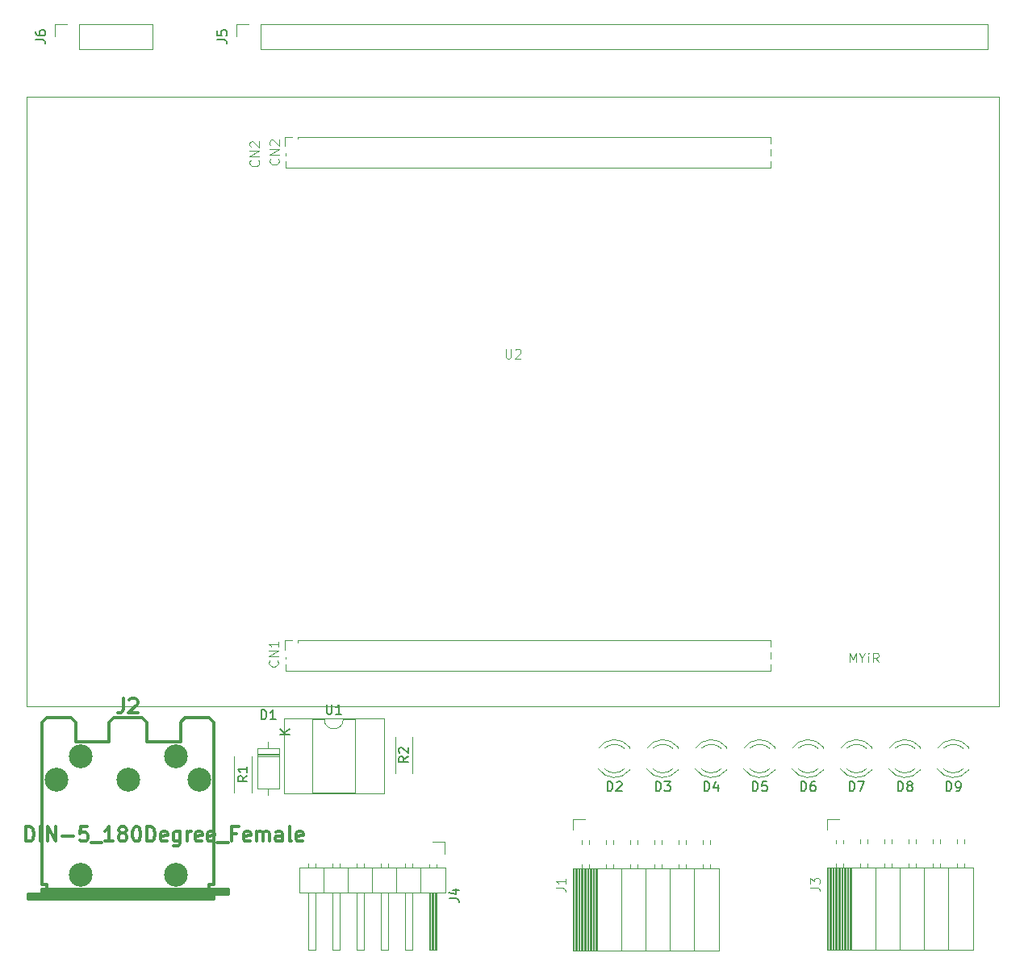
<source format=gbr>
%TF.GenerationSoftware,KiCad,Pcbnew,7.0.10*%
%TF.CreationDate,2024-01-10T20:22:15+00:00*%
%TF.ProjectId,Breakout,42726561-6b6f-4757-942e-6b696361645f,rev?*%
%TF.SameCoordinates,Original*%
%TF.FileFunction,Legend,Top*%
%TF.FilePolarity,Positive*%
%FSLAX46Y46*%
G04 Gerber Fmt 4.6, Leading zero omitted, Abs format (unit mm)*
G04 Created by KiCad (PCBNEW 7.0.10) date 2024-01-10 20:22:15*
%MOMM*%
%LPD*%
G01*
G04 APERTURE LIST*
%ADD10C,0.150000*%
%ADD11C,0.304800*%
%ADD12C,0.100000*%
%ADD13C,0.120000*%
%ADD14C,2.499360*%
G04 APERTURE END LIST*
D10*
X44944819Y-21288333D02*
X45659104Y-21288333D01*
X45659104Y-21288333D02*
X45801961Y-21335952D01*
X45801961Y-21335952D02*
X45897200Y-21431190D01*
X45897200Y-21431190D02*
X45944819Y-21574047D01*
X45944819Y-21574047D02*
X45944819Y-21669285D01*
X44944819Y-20383571D02*
X44944819Y-20574047D01*
X44944819Y-20574047D02*
X44992438Y-20669285D01*
X44992438Y-20669285D02*
X45040057Y-20716904D01*
X45040057Y-20716904D02*
X45182914Y-20812142D01*
X45182914Y-20812142D02*
X45373390Y-20859761D01*
X45373390Y-20859761D02*
X45754342Y-20859761D01*
X45754342Y-20859761D02*
X45849580Y-20812142D01*
X45849580Y-20812142D02*
X45897200Y-20764523D01*
X45897200Y-20764523D02*
X45944819Y-20669285D01*
X45944819Y-20669285D02*
X45944819Y-20478809D01*
X45944819Y-20478809D02*
X45897200Y-20383571D01*
X45897200Y-20383571D02*
X45849580Y-20335952D01*
X45849580Y-20335952D02*
X45754342Y-20288333D01*
X45754342Y-20288333D02*
X45516247Y-20288333D01*
X45516247Y-20288333D02*
X45421009Y-20335952D01*
X45421009Y-20335952D02*
X45373390Y-20383571D01*
X45373390Y-20383571D02*
X45325771Y-20478809D01*
X45325771Y-20478809D02*
X45325771Y-20669285D01*
X45325771Y-20669285D02*
X45373390Y-20764523D01*
X45373390Y-20764523D02*
X45421009Y-20812142D01*
X45421009Y-20812142D02*
X45516247Y-20859761D01*
X84020819Y-96559666D02*
X83544628Y-96892999D01*
X84020819Y-97131094D02*
X83020819Y-97131094D01*
X83020819Y-97131094D02*
X83020819Y-96750142D01*
X83020819Y-96750142D02*
X83068438Y-96654904D01*
X83068438Y-96654904D02*
X83116057Y-96607285D01*
X83116057Y-96607285D02*
X83211295Y-96559666D01*
X83211295Y-96559666D02*
X83354152Y-96559666D01*
X83354152Y-96559666D02*
X83449390Y-96607285D01*
X83449390Y-96607285D02*
X83497009Y-96654904D01*
X83497009Y-96654904D02*
X83544628Y-96750142D01*
X83544628Y-96750142D02*
X83544628Y-97131094D01*
X83116057Y-96178713D02*
X83068438Y-96131094D01*
X83068438Y-96131094D02*
X83020819Y-96035856D01*
X83020819Y-96035856D02*
X83020819Y-95797761D01*
X83020819Y-95797761D02*
X83068438Y-95702523D01*
X83068438Y-95702523D02*
X83116057Y-95654904D01*
X83116057Y-95654904D02*
X83211295Y-95607285D01*
X83211295Y-95607285D02*
X83306533Y-95607285D01*
X83306533Y-95607285D02*
X83449390Y-95654904D01*
X83449390Y-95654904D02*
X84020819Y-96226332D01*
X84020819Y-96226332D02*
X84020819Y-95607285D01*
X140485905Y-100188819D02*
X140485905Y-99188819D01*
X140485905Y-99188819D02*
X140724000Y-99188819D01*
X140724000Y-99188819D02*
X140866857Y-99236438D01*
X140866857Y-99236438D02*
X140962095Y-99331676D01*
X140962095Y-99331676D02*
X141009714Y-99426914D01*
X141009714Y-99426914D02*
X141057333Y-99617390D01*
X141057333Y-99617390D02*
X141057333Y-99760247D01*
X141057333Y-99760247D02*
X141009714Y-99950723D01*
X141009714Y-99950723D02*
X140962095Y-100045961D01*
X140962095Y-100045961D02*
X140866857Y-100141200D01*
X140866857Y-100141200D02*
X140724000Y-100188819D01*
X140724000Y-100188819D02*
X140485905Y-100188819D01*
X141533524Y-100188819D02*
X141724000Y-100188819D01*
X141724000Y-100188819D02*
X141819238Y-100141200D01*
X141819238Y-100141200D02*
X141866857Y-100093580D01*
X141866857Y-100093580D02*
X141962095Y-99950723D01*
X141962095Y-99950723D02*
X142009714Y-99760247D01*
X142009714Y-99760247D02*
X142009714Y-99379295D01*
X142009714Y-99379295D02*
X141962095Y-99284057D01*
X141962095Y-99284057D02*
X141914476Y-99236438D01*
X141914476Y-99236438D02*
X141819238Y-99188819D01*
X141819238Y-99188819D02*
X141628762Y-99188819D01*
X141628762Y-99188819D02*
X141533524Y-99236438D01*
X141533524Y-99236438D02*
X141485905Y-99284057D01*
X141485905Y-99284057D02*
X141438286Y-99379295D01*
X141438286Y-99379295D02*
X141438286Y-99617390D01*
X141438286Y-99617390D02*
X141485905Y-99712628D01*
X141485905Y-99712628D02*
X141533524Y-99760247D01*
X141533524Y-99760247D02*
X141628762Y-99807866D01*
X141628762Y-99807866D02*
X141819238Y-99807866D01*
X141819238Y-99807866D02*
X141914476Y-99760247D01*
X141914476Y-99760247D02*
X141962095Y-99712628D01*
X141962095Y-99712628D02*
X142009714Y-99617390D01*
X104925905Y-100188819D02*
X104925905Y-99188819D01*
X104925905Y-99188819D02*
X105164000Y-99188819D01*
X105164000Y-99188819D02*
X105306857Y-99236438D01*
X105306857Y-99236438D02*
X105402095Y-99331676D01*
X105402095Y-99331676D02*
X105449714Y-99426914D01*
X105449714Y-99426914D02*
X105497333Y-99617390D01*
X105497333Y-99617390D02*
X105497333Y-99760247D01*
X105497333Y-99760247D02*
X105449714Y-99950723D01*
X105449714Y-99950723D02*
X105402095Y-100045961D01*
X105402095Y-100045961D02*
X105306857Y-100141200D01*
X105306857Y-100141200D02*
X105164000Y-100188819D01*
X105164000Y-100188819D02*
X104925905Y-100188819D01*
X105878286Y-99284057D02*
X105925905Y-99236438D01*
X105925905Y-99236438D02*
X106021143Y-99188819D01*
X106021143Y-99188819D02*
X106259238Y-99188819D01*
X106259238Y-99188819D02*
X106354476Y-99236438D01*
X106354476Y-99236438D02*
X106402095Y-99284057D01*
X106402095Y-99284057D02*
X106449714Y-99379295D01*
X106449714Y-99379295D02*
X106449714Y-99474533D01*
X106449714Y-99474533D02*
X106402095Y-99617390D01*
X106402095Y-99617390D02*
X105830667Y-100188819D01*
X105830667Y-100188819D02*
X106449714Y-100188819D01*
X130325905Y-100188819D02*
X130325905Y-99188819D01*
X130325905Y-99188819D02*
X130564000Y-99188819D01*
X130564000Y-99188819D02*
X130706857Y-99236438D01*
X130706857Y-99236438D02*
X130802095Y-99331676D01*
X130802095Y-99331676D02*
X130849714Y-99426914D01*
X130849714Y-99426914D02*
X130897333Y-99617390D01*
X130897333Y-99617390D02*
X130897333Y-99760247D01*
X130897333Y-99760247D02*
X130849714Y-99950723D01*
X130849714Y-99950723D02*
X130802095Y-100045961D01*
X130802095Y-100045961D02*
X130706857Y-100141200D01*
X130706857Y-100141200D02*
X130564000Y-100188819D01*
X130564000Y-100188819D02*
X130325905Y-100188819D01*
X131230667Y-99188819D02*
X131897333Y-99188819D01*
X131897333Y-99188819D02*
X131468762Y-100188819D01*
X68603905Y-92656819D02*
X68603905Y-91656819D01*
X68603905Y-91656819D02*
X68842000Y-91656819D01*
X68842000Y-91656819D02*
X68984857Y-91704438D01*
X68984857Y-91704438D02*
X69080095Y-91799676D01*
X69080095Y-91799676D02*
X69127714Y-91894914D01*
X69127714Y-91894914D02*
X69175333Y-92085390D01*
X69175333Y-92085390D02*
X69175333Y-92228247D01*
X69175333Y-92228247D02*
X69127714Y-92418723D01*
X69127714Y-92418723D02*
X69080095Y-92513961D01*
X69080095Y-92513961D02*
X68984857Y-92609200D01*
X68984857Y-92609200D02*
X68842000Y-92656819D01*
X68842000Y-92656819D02*
X68603905Y-92656819D01*
X70127714Y-92656819D02*
X69556286Y-92656819D01*
X69842000Y-92656819D02*
X69842000Y-91656819D01*
X69842000Y-91656819D02*
X69746762Y-91799676D01*
X69746762Y-91799676D02*
X69651524Y-91894914D01*
X69651524Y-91894914D02*
X69556286Y-91942533D01*
X71596819Y-94241904D02*
X70596819Y-94241904D01*
X71596819Y-93670476D02*
X71025390Y-94099047D01*
X70596819Y-93670476D02*
X71168247Y-94241904D01*
D11*
X54114799Y-90478181D02*
X54114799Y-91566752D01*
X54114799Y-91566752D02*
X54042228Y-91784467D01*
X54042228Y-91784467D02*
X53897085Y-91929610D01*
X53897085Y-91929610D02*
X53679371Y-92002181D01*
X53679371Y-92002181D02*
X53534228Y-92002181D01*
X54767942Y-90623324D02*
X54840514Y-90550752D01*
X54840514Y-90550752D02*
X54985657Y-90478181D01*
X54985657Y-90478181D02*
X55348514Y-90478181D01*
X55348514Y-90478181D02*
X55493657Y-90550752D01*
X55493657Y-90550752D02*
X55566228Y-90623324D01*
X55566228Y-90623324D02*
X55638799Y-90768467D01*
X55638799Y-90768467D02*
X55638799Y-90913610D01*
X55638799Y-90913610D02*
X55566228Y-91131324D01*
X55566228Y-91131324D02*
X54695371Y-92002181D01*
X54695371Y-92002181D02*
X55638799Y-92002181D01*
X43905713Y-105464181D02*
X43905713Y-103940181D01*
X43905713Y-103940181D02*
X44268570Y-103940181D01*
X44268570Y-103940181D02*
X44486284Y-104012752D01*
X44486284Y-104012752D02*
X44631427Y-104157895D01*
X44631427Y-104157895D02*
X44703998Y-104303038D01*
X44703998Y-104303038D02*
X44776570Y-104593324D01*
X44776570Y-104593324D02*
X44776570Y-104811038D01*
X44776570Y-104811038D02*
X44703998Y-105101324D01*
X44703998Y-105101324D02*
X44631427Y-105246467D01*
X44631427Y-105246467D02*
X44486284Y-105391610D01*
X44486284Y-105391610D02*
X44268570Y-105464181D01*
X44268570Y-105464181D02*
X43905713Y-105464181D01*
X45429713Y-105464181D02*
X45429713Y-103940181D01*
X46155427Y-105464181D02*
X46155427Y-103940181D01*
X46155427Y-103940181D02*
X47026284Y-105464181D01*
X47026284Y-105464181D02*
X47026284Y-103940181D01*
X47751998Y-104883610D02*
X48913141Y-104883610D01*
X50364569Y-103940181D02*
X49638855Y-103940181D01*
X49638855Y-103940181D02*
X49566283Y-104665895D01*
X49566283Y-104665895D02*
X49638855Y-104593324D01*
X49638855Y-104593324D02*
X49783998Y-104520752D01*
X49783998Y-104520752D02*
X50146855Y-104520752D01*
X50146855Y-104520752D02*
X50291998Y-104593324D01*
X50291998Y-104593324D02*
X50364569Y-104665895D01*
X50364569Y-104665895D02*
X50437140Y-104811038D01*
X50437140Y-104811038D02*
X50437140Y-105173895D01*
X50437140Y-105173895D02*
X50364569Y-105319038D01*
X50364569Y-105319038D02*
X50291998Y-105391610D01*
X50291998Y-105391610D02*
X50146855Y-105464181D01*
X50146855Y-105464181D02*
X49783998Y-105464181D01*
X49783998Y-105464181D02*
X49638855Y-105391610D01*
X49638855Y-105391610D02*
X49566283Y-105319038D01*
X50727427Y-105609324D02*
X51888569Y-105609324D01*
X53049712Y-105464181D02*
X52178855Y-105464181D01*
X52614284Y-105464181D02*
X52614284Y-103940181D01*
X52614284Y-103940181D02*
X52469141Y-104157895D01*
X52469141Y-104157895D02*
X52323998Y-104303038D01*
X52323998Y-104303038D02*
X52178855Y-104375610D01*
X53920570Y-104593324D02*
X53775427Y-104520752D01*
X53775427Y-104520752D02*
X53702856Y-104448181D01*
X53702856Y-104448181D02*
X53630284Y-104303038D01*
X53630284Y-104303038D02*
X53630284Y-104230467D01*
X53630284Y-104230467D02*
X53702856Y-104085324D01*
X53702856Y-104085324D02*
X53775427Y-104012752D01*
X53775427Y-104012752D02*
X53920570Y-103940181D01*
X53920570Y-103940181D02*
X54210856Y-103940181D01*
X54210856Y-103940181D02*
X54355999Y-104012752D01*
X54355999Y-104012752D02*
X54428570Y-104085324D01*
X54428570Y-104085324D02*
X54501141Y-104230467D01*
X54501141Y-104230467D02*
X54501141Y-104303038D01*
X54501141Y-104303038D02*
X54428570Y-104448181D01*
X54428570Y-104448181D02*
X54355999Y-104520752D01*
X54355999Y-104520752D02*
X54210856Y-104593324D01*
X54210856Y-104593324D02*
X53920570Y-104593324D01*
X53920570Y-104593324D02*
X53775427Y-104665895D01*
X53775427Y-104665895D02*
X53702856Y-104738467D01*
X53702856Y-104738467D02*
X53630284Y-104883610D01*
X53630284Y-104883610D02*
X53630284Y-105173895D01*
X53630284Y-105173895D02*
X53702856Y-105319038D01*
X53702856Y-105319038D02*
X53775427Y-105391610D01*
X53775427Y-105391610D02*
X53920570Y-105464181D01*
X53920570Y-105464181D02*
X54210856Y-105464181D01*
X54210856Y-105464181D02*
X54355999Y-105391610D01*
X54355999Y-105391610D02*
X54428570Y-105319038D01*
X54428570Y-105319038D02*
X54501141Y-105173895D01*
X54501141Y-105173895D02*
X54501141Y-104883610D01*
X54501141Y-104883610D02*
X54428570Y-104738467D01*
X54428570Y-104738467D02*
X54355999Y-104665895D01*
X54355999Y-104665895D02*
X54210856Y-104593324D01*
X55444570Y-103940181D02*
X55589713Y-103940181D01*
X55589713Y-103940181D02*
X55734856Y-104012752D01*
X55734856Y-104012752D02*
X55807428Y-104085324D01*
X55807428Y-104085324D02*
X55879999Y-104230467D01*
X55879999Y-104230467D02*
X55952570Y-104520752D01*
X55952570Y-104520752D02*
X55952570Y-104883610D01*
X55952570Y-104883610D02*
X55879999Y-105173895D01*
X55879999Y-105173895D02*
X55807428Y-105319038D01*
X55807428Y-105319038D02*
X55734856Y-105391610D01*
X55734856Y-105391610D02*
X55589713Y-105464181D01*
X55589713Y-105464181D02*
X55444570Y-105464181D01*
X55444570Y-105464181D02*
X55299428Y-105391610D01*
X55299428Y-105391610D02*
X55226856Y-105319038D01*
X55226856Y-105319038D02*
X55154285Y-105173895D01*
X55154285Y-105173895D02*
X55081713Y-104883610D01*
X55081713Y-104883610D02*
X55081713Y-104520752D01*
X55081713Y-104520752D02*
X55154285Y-104230467D01*
X55154285Y-104230467D02*
X55226856Y-104085324D01*
X55226856Y-104085324D02*
X55299428Y-104012752D01*
X55299428Y-104012752D02*
X55444570Y-103940181D01*
X56605714Y-105464181D02*
X56605714Y-103940181D01*
X56605714Y-103940181D02*
X56968571Y-103940181D01*
X56968571Y-103940181D02*
X57186285Y-104012752D01*
X57186285Y-104012752D02*
X57331428Y-104157895D01*
X57331428Y-104157895D02*
X57403999Y-104303038D01*
X57403999Y-104303038D02*
X57476571Y-104593324D01*
X57476571Y-104593324D02*
X57476571Y-104811038D01*
X57476571Y-104811038D02*
X57403999Y-105101324D01*
X57403999Y-105101324D02*
X57331428Y-105246467D01*
X57331428Y-105246467D02*
X57186285Y-105391610D01*
X57186285Y-105391610D02*
X56968571Y-105464181D01*
X56968571Y-105464181D02*
X56605714Y-105464181D01*
X58710285Y-105391610D02*
X58565142Y-105464181D01*
X58565142Y-105464181D02*
X58274857Y-105464181D01*
X58274857Y-105464181D02*
X58129714Y-105391610D01*
X58129714Y-105391610D02*
X58057142Y-105246467D01*
X58057142Y-105246467D02*
X58057142Y-104665895D01*
X58057142Y-104665895D02*
X58129714Y-104520752D01*
X58129714Y-104520752D02*
X58274857Y-104448181D01*
X58274857Y-104448181D02*
X58565142Y-104448181D01*
X58565142Y-104448181D02*
X58710285Y-104520752D01*
X58710285Y-104520752D02*
X58782857Y-104665895D01*
X58782857Y-104665895D02*
X58782857Y-104811038D01*
X58782857Y-104811038D02*
X58057142Y-104956181D01*
X60089143Y-104448181D02*
X60089143Y-105681895D01*
X60089143Y-105681895D02*
X60016571Y-105827038D01*
X60016571Y-105827038D02*
X59944000Y-105899610D01*
X59944000Y-105899610D02*
X59798857Y-105972181D01*
X59798857Y-105972181D02*
X59581143Y-105972181D01*
X59581143Y-105972181D02*
X59436000Y-105899610D01*
X60089143Y-105391610D02*
X59944000Y-105464181D01*
X59944000Y-105464181D02*
X59653714Y-105464181D01*
X59653714Y-105464181D02*
X59508571Y-105391610D01*
X59508571Y-105391610D02*
X59436000Y-105319038D01*
X59436000Y-105319038D02*
X59363428Y-105173895D01*
X59363428Y-105173895D02*
X59363428Y-104738467D01*
X59363428Y-104738467D02*
X59436000Y-104593324D01*
X59436000Y-104593324D02*
X59508571Y-104520752D01*
X59508571Y-104520752D02*
X59653714Y-104448181D01*
X59653714Y-104448181D02*
X59944000Y-104448181D01*
X59944000Y-104448181D02*
X60089143Y-104520752D01*
X60814857Y-105464181D02*
X60814857Y-104448181D01*
X60814857Y-104738467D02*
X60887428Y-104593324D01*
X60887428Y-104593324D02*
X60960000Y-104520752D01*
X60960000Y-104520752D02*
X61105142Y-104448181D01*
X61105142Y-104448181D02*
X61250285Y-104448181D01*
X62338857Y-105391610D02*
X62193714Y-105464181D01*
X62193714Y-105464181D02*
X61903429Y-105464181D01*
X61903429Y-105464181D02*
X61758286Y-105391610D01*
X61758286Y-105391610D02*
X61685714Y-105246467D01*
X61685714Y-105246467D02*
X61685714Y-104665895D01*
X61685714Y-104665895D02*
X61758286Y-104520752D01*
X61758286Y-104520752D02*
X61903429Y-104448181D01*
X61903429Y-104448181D02*
X62193714Y-104448181D01*
X62193714Y-104448181D02*
X62338857Y-104520752D01*
X62338857Y-104520752D02*
X62411429Y-104665895D01*
X62411429Y-104665895D02*
X62411429Y-104811038D01*
X62411429Y-104811038D02*
X61685714Y-104956181D01*
X63645143Y-105391610D02*
X63500000Y-105464181D01*
X63500000Y-105464181D02*
X63209715Y-105464181D01*
X63209715Y-105464181D02*
X63064572Y-105391610D01*
X63064572Y-105391610D02*
X62992000Y-105246467D01*
X62992000Y-105246467D02*
X62992000Y-104665895D01*
X62992000Y-104665895D02*
X63064572Y-104520752D01*
X63064572Y-104520752D02*
X63209715Y-104448181D01*
X63209715Y-104448181D02*
X63500000Y-104448181D01*
X63500000Y-104448181D02*
X63645143Y-104520752D01*
X63645143Y-104520752D02*
X63717715Y-104665895D01*
X63717715Y-104665895D02*
X63717715Y-104811038D01*
X63717715Y-104811038D02*
X62992000Y-104956181D01*
X64008001Y-105609324D02*
X65169143Y-105609324D01*
X66040001Y-104665895D02*
X65532001Y-104665895D01*
X65532001Y-105464181D02*
X65532001Y-103940181D01*
X65532001Y-103940181D02*
X66257715Y-103940181D01*
X67418858Y-105391610D02*
X67273715Y-105464181D01*
X67273715Y-105464181D02*
X66983430Y-105464181D01*
X66983430Y-105464181D02*
X66838287Y-105391610D01*
X66838287Y-105391610D02*
X66765715Y-105246467D01*
X66765715Y-105246467D02*
X66765715Y-104665895D01*
X66765715Y-104665895D02*
X66838287Y-104520752D01*
X66838287Y-104520752D02*
X66983430Y-104448181D01*
X66983430Y-104448181D02*
X67273715Y-104448181D01*
X67273715Y-104448181D02*
X67418858Y-104520752D01*
X67418858Y-104520752D02*
X67491430Y-104665895D01*
X67491430Y-104665895D02*
X67491430Y-104811038D01*
X67491430Y-104811038D02*
X66765715Y-104956181D01*
X68144573Y-105464181D02*
X68144573Y-104448181D01*
X68144573Y-104593324D02*
X68217144Y-104520752D01*
X68217144Y-104520752D02*
X68362287Y-104448181D01*
X68362287Y-104448181D02*
X68580001Y-104448181D01*
X68580001Y-104448181D02*
X68725144Y-104520752D01*
X68725144Y-104520752D02*
X68797716Y-104665895D01*
X68797716Y-104665895D02*
X68797716Y-105464181D01*
X68797716Y-104665895D02*
X68870287Y-104520752D01*
X68870287Y-104520752D02*
X69015430Y-104448181D01*
X69015430Y-104448181D02*
X69233144Y-104448181D01*
X69233144Y-104448181D02*
X69378287Y-104520752D01*
X69378287Y-104520752D02*
X69450858Y-104665895D01*
X69450858Y-104665895D02*
X69450858Y-105464181D01*
X70829716Y-105464181D02*
X70829716Y-104665895D01*
X70829716Y-104665895D02*
X70757144Y-104520752D01*
X70757144Y-104520752D02*
X70612001Y-104448181D01*
X70612001Y-104448181D02*
X70321716Y-104448181D01*
X70321716Y-104448181D02*
X70176573Y-104520752D01*
X70829716Y-105391610D02*
X70684573Y-105464181D01*
X70684573Y-105464181D02*
X70321716Y-105464181D01*
X70321716Y-105464181D02*
X70176573Y-105391610D01*
X70176573Y-105391610D02*
X70104001Y-105246467D01*
X70104001Y-105246467D02*
X70104001Y-105101324D01*
X70104001Y-105101324D02*
X70176573Y-104956181D01*
X70176573Y-104956181D02*
X70321716Y-104883610D01*
X70321716Y-104883610D02*
X70684573Y-104883610D01*
X70684573Y-104883610D02*
X70829716Y-104811038D01*
X71773144Y-105464181D02*
X71628001Y-105391610D01*
X71628001Y-105391610D02*
X71555430Y-105246467D01*
X71555430Y-105246467D02*
X71555430Y-103940181D01*
X72934287Y-105391610D02*
X72789144Y-105464181D01*
X72789144Y-105464181D02*
X72498859Y-105464181D01*
X72498859Y-105464181D02*
X72353716Y-105391610D01*
X72353716Y-105391610D02*
X72281144Y-105246467D01*
X72281144Y-105246467D02*
X72281144Y-104665895D01*
X72281144Y-104665895D02*
X72353716Y-104520752D01*
X72353716Y-104520752D02*
X72498859Y-104448181D01*
X72498859Y-104448181D02*
X72789144Y-104448181D01*
X72789144Y-104448181D02*
X72934287Y-104520752D01*
X72934287Y-104520752D02*
X73006859Y-104665895D01*
X73006859Y-104665895D02*
X73006859Y-104811038D01*
X73006859Y-104811038D02*
X72281144Y-104956181D01*
D10*
X120165905Y-100188819D02*
X120165905Y-99188819D01*
X120165905Y-99188819D02*
X120404000Y-99188819D01*
X120404000Y-99188819D02*
X120546857Y-99236438D01*
X120546857Y-99236438D02*
X120642095Y-99331676D01*
X120642095Y-99331676D02*
X120689714Y-99426914D01*
X120689714Y-99426914D02*
X120737333Y-99617390D01*
X120737333Y-99617390D02*
X120737333Y-99760247D01*
X120737333Y-99760247D02*
X120689714Y-99950723D01*
X120689714Y-99950723D02*
X120642095Y-100045961D01*
X120642095Y-100045961D02*
X120546857Y-100141200D01*
X120546857Y-100141200D02*
X120404000Y-100188819D01*
X120404000Y-100188819D02*
X120165905Y-100188819D01*
X121642095Y-99188819D02*
X121165905Y-99188819D01*
X121165905Y-99188819D02*
X121118286Y-99665009D01*
X121118286Y-99665009D02*
X121165905Y-99617390D01*
X121165905Y-99617390D02*
X121261143Y-99569771D01*
X121261143Y-99569771D02*
X121499238Y-99569771D01*
X121499238Y-99569771D02*
X121594476Y-99617390D01*
X121594476Y-99617390D02*
X121642095Y-99665009D01*
X121642095Y-99665009D02*
X121689714Y-99760247D01*
X121689714Y-99760247D02*
X121689714Y-99998342D01*
X121689714Y-99998342D02*
X121642095Y-100093580D01*
X121642095Y-100093580D02*
X121594476Y-100141200D01*
X121594476Y-100141200D02*
X121499238Y-100188819D01*
X121499238Y-100188819D02*
X121261143Y-100188819D01*
X121261143Y-100188819D02*
X121165905Y-100141200D01*
X121165905Y-100141200D02*
X121118286Y-100093580D01*
X115085905Y-100188819D02*
X115085905Y-99188819D01*
X115085905Y-99188819D02*
X115324000Y-99188819D01*
X115324000Y-99188819D02*
X115466857Y-99236438D01*
X115466857Y-99236438D02*
X115562095Y-99331676D01*
X115562095Y-99331676D02*
X115609714Y-99426914D01*
X115609714Y-99426914D02*
X115657333Y-99617390D01*
X115657333Y-99617390D02*
X115657333Y-99760247D01*
X115657333Y-99760247D02*
X115609714Y-99950723D01*
X115609714Y-99950723D02*
X115562095Y-100045961D01*
X115562095Y-100045961D02*
X115466857Y-100141200D01*
X115466857Y-100141200D02*
X115324000Y-100188819D01*
X115324000Y-100188819D02*
X115085905Y-100188819D01*
X116514476Y-99522152D02*
X116514476Y-100188819D01*
X116276381Y-99141200D02*
X116038286Y-99855485D01*
X116038286Y-99855485D02*
X116657333Y-99855485D01*
X63994819Y-21288333D02*
X64709104Y-21288333D01*
X64709104Y-21288333D02*
X64851961Y-21335952D01*
X64851961Y-21335952D02*
X64947200Y-21431190D01*
X64947200Y-21431190D02*
X64994819Y-21574047D01*
X64994819Y-21574047D02*
X64994819Y-21669285D01*
X63994819Y-20335952D02*
X63994819Y-20812142D01*
X63994819Y-20812142D02*
X64471009Y-20859761D01*
X64471009Y-20859761D02*
X64423390Y-20812142D01*
X64423390Y-20812142D02*
X64375771Y-20716904D01*
X64375771Y-20716904D02*
X64375771Y-20478809D01*
X64375771Y-20478809D02*
X64423390Y-20383571D01*
X64423390Y-20383571D02*
X64471009Y-20335952D01*
X64471009Y-20335952D02*
X64566247Y-20288333D01*
X64566247Y-20288333D02*
X64804342Y-20288333D01*
X64804342Y-20288333D02*
X64899580Y-20335952D01*
X64899580Y-20335952D02*
X64947200Y-20383571D01*
X64947200Y-20383571D02*
X64994819Y-20478809D01*
X64994819Y-20478809D02*
X64994819Y-20716904D01*
X64994819Y-20716904D02*
X64947200Y-20812142D01*
X64947200Y-20812142D02*
X64899580Y-20859761D01*
X75448095Y-91094819D02*
X75448095Y-91904342D01*
X75448095Y-91904342D02*
X75495714Y-91999580D01*
X75495714Y-91999580D02*
X75543333Y-92047200D01*
X75543333Y-92047200D02*
X75638571Y-92094819D01*
X75638571Y-92094819D02*
X75829047Y-92094819D01*
X75829047Y-92094819D02*
X75924285Y-92047200D01*
X75924285Y-92047200D02*
X75971904Y-91999580D01*
X75971904Y-91999580D02*
X76019523Y-91904342D01*
X76019523Y-91904342D02*
X76019523Y-91094819D01*
X77019523Y-92094819D02*
X76448095Y-92094819D01*
X76733809Y-92094819D02*
X76733809Y-91094819D01*
X76733809Y-91094819D02*
X76638571Y-91237676D01*
X76638571Y-91237676D02*
X76543333Y-91332914D01*
X76543333Y-91332914D02*
X76448095Y-91380533D01*
X88338819Y-111468333D02*
X89053104Y-111468333D01*
X89053104Y-111468333D02*
X89195961Y-111515952D01*
X89195961Y-111515952D02*
X89291200Y-111611190D01*
X89291200Y-111611190D02*
X89338819Y-111754047D01*
X89338819Y-111754047D02*
X89338819Y-111849285D01*
X88672152Y-110563571D02*
X89338819Y-110563571D01*
X88291200Y-110801666D02*
X89005485Y-111039761D01*
X89005485Y-111039761D02*
X89005485Y-110420714D01*
X110000905Y-100188819D02*
X110000905Y-99188819D01*
X110000905Y-99188819D02*
X110239000Y-99188819D01*
X110239000Y-99188819D02*
X110381857Y-99236438D01*
X110381857Y-99236438D02*
X110477095Y-99331676D01*
X110477095Y-99331676D02*
X110524714Y-99426914D01*
X110524714Y-99426914D02*
X110572333Y-99617390D01*
X110572333Y-99617390D02*
X110572333Y-99760247D01*
X110572333Y-99760247D02*
X110524714Y-99950723D01*
X110524714Y-99950723D02*
X110477095Y-100045961D01*
X110477095Y-100045961D02*
X110381857Y-100141200D01*
X110381857Y-100141200D02*
X110239000Y-100188819D01*
X110239000Y-100188819D02*
X110000905Y-100188819D01*
X110905667Y-99188819D02*
X111524714Y-99188819D01*
X111524714Y-99188819D02*
X111191381Y-99569771D01*
X111191381Y-99569771D02*
X111334238Y-99569771D01*
X111334238Y-99569771D02*
X111429476Y-99617390D01*
X111429476Y-99617390D02*
X111477095Y-99665009D01*
X111477095Y-99665009D02*
X111524714Y-99760247D01*
X111524714Y-99760247D02*
X111524714Y-99998342D01*
X111524714Y-99998342D02*
X111477095Y-100093580D01*
X111477095Y-100093580D02*
X111429476Y-100141200D01*
X111429476Y-100141200D02*
X111334238Y-100188819D01*
X111334238Y-100188819D02*
X111048524Y-100188819D01*
X111048524Y-100188819D02*
X110953286Y-100141200D01*
X110953286Y-100141200D02*
X110905667Y-100093580D01*
D12*
X99533419Y-110375333D02*
X100247704Y-110375333D01*
X100247704Y-110375333D02*
X100390561Y-110422952D01*
X100390561Y-110422952D02*
X100485800Y-110518190D01*
X100485800Y-110518190D02*
X100533419Y-110661047D01*
X100533419Y-110661047D02*
X100533419Y-110756285D01*
X100533419Y-109375333D02*
X100533419Y-109946761D01*
X100533419Y-109661047D02*
X99533419Y-109661047D01*
X99533419Y-109661047D02*
X99676276Y-109756285D01*
X99676276Y-109756285D02*
X99771514Y-109851523D01*
X99771514Y-109851523D02*
X99819133Y-109946761D01*
X126203419Y-110315333D02*
X126917704Y-110315333D01*
X126917704Y-110315333D02*
X127060561Y-110362952D01*
X127060561Y-110362952D02*
X127155800Y-110458190D01*
X127155800Y-110458190D02*
X127203419Y-110601047D01*
X127203419Y-110601047D02*
X127203419Y-110696285D01*
X126203419Y-109934380D02*
X126203419Y-109315333D01*
X126203419Y-109315333D02*
X126584371Y-109648666D01*
X126584371Y-109648666D02*
X126584371Y-109505809D01*
X126584371Y-109505809D02*
X126631990Y-109410571D01*
X126631990Y-109410571D02*
X126679609Y-109362952D01*
X126679609Y-109362952D02*
X126774847Y-109315333D01*
X126774847Y-109315333D02*
X127012942Y-109315333D01*
X127012942Y-109315333D02*
X127108180Y-109362952D01*
X127108180Y-109362952D02*
X127155800Y-109410571D01*
X127155800Y-109410571D02*
X127203419Y-109505809D01*
X127203419Y-109505809D02*
X127203419Y-109791523D01*
X127203419Y-109791523D02*
X127155800Y-109886761D01*
X127155800Y-109886761D02*
X127108180Y-109934380D01*
D10*
X125245905Y-100188819D02*
X125245905Y-99188819D01*
X125245905Y-99188819D02*
X125484000Y-99188819D01*
X125484000Y-99188819D02*
X125626857Y-99236438D01*
X125626857Y-99236438D02*
X125722095Y-99331676D01*
X125722095Y-99331676D02*
X125769714Y-99426914D01*
X125769714Y-99426914D02*
X125817333Y-99617390D01*
X125817333Y-99617390D02*
X125817333Y-99760247D01*
X125817333Y-99760247D02*
X125769714Y-99950723D01*
X125769714Y-99950723D02*
X125722095Y-100045961D01*
X125722095Y-100045961D02*
X125626857Y-100141200D01*
X125626857Y-100141200D02*
X125484000Y-100188819D01*
X125484000Y-100188819D02*
X125245905Y-100188819D01*
X126674476Y-99188819D02*
X126484000Y-99188819D01*
X126484000Y-99188819D02*
X126388762Y-99236438D01*
X126388762Y-99236438D02*
X126341143Y-99284057D01*
X126341143Y-99284057D02*
X126245905Y-99426914D01*
X126245905Y-99426914D02*
X126198286Y-99617390D01*
X126198286Y-99617390D02*
X126198286Y-99998342D01*
X126198286Y-99998342D02*
X126245905Y-100093580D01*
X126245905Y-100093580D02*
X126293524Y-100141200D01*
X126293524Y-100141200D02*
X126388762Y-100188819D01*
X126388762Y-100188819D02*
X126579238Y-100188819D01*
X126579238Y-100188819D02*
X126674476Y-100141200D01*
X126674476Y-100141200D02*
X126722095Y-100093580D01*
X126722095Y-100093580D02*
X126769714Y-99998342D01*
X126769714Y-99998342D02*
X126769714Y-99760247D01*
X126769714Y-99760247D02*
X126722095Y-99665009D01*
X126722095Y-99665009D02*
X126674476Y-99617390D01*
X126674476Y-99617390D02*
X126579238Y-99569771D01*
X126579238Y-99569771D02*
X126388762Y-99569771D01*
X126388762Y-99569771D02*
X126293524Y-99617390D01*
X126293524Y-99617390D02*
X126245905Y-99665009D01*
X126245905Y-99665009D02*
X126198286Y-99760247D01*
X67129819Y-98591666D02*
X66653628Y-98924999D01*
X67129819Y-99163094D02*
X66129819Y-99163094D01*
X66129819Y-99163094D02*
X66129819Y-98782142D01*
X66129819Y-98782142D02*
X66177438Y-98686904D01*
X66177438Y-98686904D02*
X66225057Y-98639285D01*
X66225057Y-98639285D02*
X66320295Y-98591666D01*
X66320295Y-98591666D02*
X66463152Y-98591666D01*
X66463152Y-98591666D02*
X66558390Y-98639285D01*
X66558390Y-98639285D02*
X66606009Y-98686904D01*
X66606009Y-98686904D02*
X66653628Y-98782142D01*
X66653628Y-98782142D02*
X66653628Y-99163094D01*
X67129819Y-97639285D02*
X67129819Y-98210713D01*
X67129819Y-97924999D02*
X66129819Y-97924999D01*
X66129819Y-97924999D02*
X66272676Y-98020237D01*
X66272676Y-98020237D02*
X66367914Y-98115475D01*
X66367914Y-98115475D02*
X66415533Y-98210713D01*
X135405905Y-100188819D02*
X135405905Y-99188819D01*
X135405905Y-99188819D02*
X135644000Y-99188819D01*
X135644000Y-99188819D02*
X135786857Y-99236438D01*
X135786857Y-99236438D02*
X135882095Y-99331676D01*
X135882095Y-99331676D02*
X135929714Y-99426914D01*
X135929714Y-99426914D02*
X135977333Y-99617390D01*
X135977333Y-99617390D02*
X135977333Y-99760247D01*
X135977333Y-99760247D02*
X135929714Y-99950723D01*
X135929714Y-99950723D02*
X135882095Y-100045961D01*
X135882095Y-100045961D02*
X135786857Y-100141200D01*
X135786857Y-100141200D02*
X135644000Y-100188819D01*
X135644000Y-100188819D02*
X135405905Y-100188819D01*
X136548762Y-99617390D02*
X136453524Y-99569771D01*
X136453524Y-99569771D02*
X136405905Y-99522152D01*
X136405905Y-99522152D02*
X136358286Y-99426914D01*
X136358286Y-99426914D02*
X136358286Y-99379295D01*
X136358286Y-99379295D02*
X136405905Y-99284057D01*
X136405905Y-99284057D02*
X136453524Y-99236438D01*
X136453524Y-99236438D02*
X136548762Y-99188819D01*
X136548762Y-99188819D02*
X136739238Y-99188819D01*
X136739238Y-99188819D02*
X136834476Y-99236438D01*
X136834476Y-99236438D02*
X136882095Y-99284057D01*
X136882095Y-99284057D02*
X136929714Y-99379295D01*
X136929714Y-99379295D02*
X136929714Y-99426914D01*
X136929714Y-99426914D02*
X136882095Y-99522152D01*
X136882095Y-99522152D02*
X136834476Y-99569771D01*
X136834476Y-99569771D02*
X136739238Y-99617390D01*
X136739238Y-99617390D02*
X136548762Y-99617390D01*
X136548762Y-99617390D02*
X136453524Y-99665009D01*
X136453524Y-99665009D02*
X136405905Y-99712628D01*
X136405905Y-99712628D02*
X136358286Y-99807866D01*
X136358286Y-99807866D02*
X136358286Y-99998342D01*
X136358286Y-99998342D02*
X136405905Y-100093580D01*
X136405905Y-100093580D02*
X136453524Y-100141200D01*
X136453524Y-100141200D02*
X136548762Y-100188819D01*
X136548762Y-100188819D02*
X136739238Y-100188819D01*
X136739238Y-100188819D02*
X136834476Y-100141200D01*
X136834476Y-100141200D02*
X136882095Y-100093580D01*
X136882095Y-100093580D02*
X136929714Y-99998342D01*
X136929714Y-99998342D02*
X136929714Y-99807866D01*
X136929714Y-99807866D02*
X136882095Y-99712628D01*
X136882095Y-99712628D02*
X136834476Y-99665009D01*
X136834476Y-99665009D02*
X136739238Y-99617390D01*
D12*
X94258095Y-53752419D02*
X94258095Y-54561942D01*
X94258095Y-54561942D02*
X94305714Y-54657180D01*
X94305714Y-54657180D02*
X94353333Y-54704800D01*
X94353333Y-54704800D02*
X94448571Y-54752419D01*
X94448571Y-54752419D02*
X94639047Y-54752419D01*
X94639047Y-54752419D02*
X94734285Y-54704800D01*
X94734285Y-54704800D02*
X94781904Y-54657180D01*
X94781904Y-54657180D02*
X94829523Y-54561942D01*
X94829523Y-54561942D02*
X94829523Y-53752419D01*
X95258095Y-53847657D02*
X95305714Y-53800038D01*
X95305714Y-53800038D02*
X95400952Y-53752419D01*
X95400952Y-53752419D02*
X95639047Y-53752419D01*
X95639047Y-53752419D02*
X95734285Y-53800038D01*
X95734285Y-53800038D02*
X95781904Y-53847657D01*
X95781904Y-53847657D02*
X95829523Y-53942895D01*
X95829523Y-53942895D02*
X95829523Y-54038133D01*
X95829523Y-54038133D02*
X95781904Y-54180990D01*
X95781904Y-54180990D02*
X95210476Y-54752419D01*
X95210476Y-54752419D02*
X95829523Y-54752419D01*
X70397180Y-33799687D02*
X70444800Y-33847306D01*
X70444800Y-33847306D02*
X70492419Y-33990163D01*
X70492419Y-33990163D02*
X70492419Y-34085401D01*
X70492419Y-34085401D02*
X70444800Y-34228258D01*
X70444800Y-34228258D02*
X70349561Y-34323496D01*
X70349561Y-34323496D02*
X70254323Y-34371115D01*
X70254323Y-34371115D02*
X70063847Y-34418734D01*
X70063847Y-34418734D02*
X69920990Y-34418734D01*
X69920990Y-34418734D02*
X69730514Y-34371115D01*
X69730514Y-34371115D02*
X69635276Y-34323496D01*
X69635276Y-34323496D02*
X69540038Y-34228258D01*
X69540038Y-34228258D02*
X69492419Y-34085401D01*
X69492419Y-34085401D02*
X69492419Y-33990163D01*
X69492419Y-33990163D02*
X69540038Y-33847306D01*
X69540038Y-33847306D02*
X69587657Y-33799687D01*
X70492419Y-33371115D02*
X69492419Y-33371115D01*
X69492419Y-33371115D02*
X70492419Y-32799687D01*
X70492419Y-32799687D02*
X69492419Y-32799687D01*
X69587657Y-32371115D02*
X69540038Y-32323496D01*
X69540038Y-32323496D02*
X69492419Y-32228258D01*
X69492419Y-32228258D02*
X69492419Y-31990163D01*
X69492419Y-31990163D02*
X69540038Y-31894925D01*
X69540038Y-31894925D02*
X69587657Y-31847306D01*
X69587657Y-31847306D02*
X69682895Y-31799687D01*
X69682895Y-31799687D02*
X69778133Y-31799687D01*
X69778133Y-31799687D02*
X69920990Y-31847306D01*
X69920990Y-31847306D02*
X70492419Y-32418734D01*
X70492419Y-32418734D02*
X70492419Y-31799687D01*
X70297180Y-86479687D02*
X70344800Y-86527306D01*
X70344800Y-86527306D02*
X70392419Y-86670163D01*
X70392419Y-86670163D02*
X70392419Y-86765401D01*
X70392419Y-86765401D02*
X70344800Y-86908258D01*
X70344800Y-86908258D02*
X70249561Y-87003496D01*
X70249561Y-87003496D02*
X70154323Y-87051115D01*
X70154323Y-87051115D02*
X69963847Y-87098734D01*
X69963847Y-87098734D02*
X69820990Y-87098734D01*
X69820990Y-87098734D02*
X69630514Y-87051115D01*
X69630514Y-87051115D02*
X69535276Y-87003496D01*
X69535276Y-87003496D02*
X69440038Y-86908258D01*
X69440038Y-86908258D02*
X69392419Y-86765401D01*
X69392419Y-86765401D02*
X69392419Y-86670163D01*
X69392419Y-86670163D02*
X69440038Y-86527306D01*
X69440038Y-86527306D02*
X69487657Y-86479687D01*
X70392419Y-86051115D02*
X69392419Y-86051115D01*
X69392419Y-86051115D02*
X70392419Y-85479687D01*
X70392419Y-85479687D02*
X69392419Y-85479687D01*
X70392419Y-84479687D02*
X70392419Y-85051115D01*
X70392419Y-84765401D02*
X69392419Y-84765401D01*
X69392419Y-84765401D02*
X69535276Y-84860639D01*
X69535276Y-84860639D02*
X69630514Y-84955877D01*
X69630514Y-84955877D02*
X69678133Y-85051115D01*
X130323884Y-86667419D02*
X130323884Y-85667419D01*
X130323884Y-85667419D02*
X130657217Y-86381704D01*
X130657217Y-86381704D02*
X130990550Y-85667419D01*
X130990550Y-85667419D02*
X130990550Y-86667419D01*
X131657217Y-86191228D02*
X131657217Y-86667419D01*
X131323884Y-85667419D02*
X131657217Y-86191228D01*
X131657217Y-86191228D02*
X131990550Y-85667419D01*
X132323884Y-86667419D02*
X132323884Y-86000752D01*
X132323884Y-85667419D02*
X132276265Y-85715038D01*
X132276265Y-85715038D02*
X132323884Y-85762657D01*
X132323884Y-85762657D02*
X132371503Y-85715038D01*
X132371503Y-85715038D02*
X132323884Y-85667419D01*
X132323884Y-85667419D02*
X132323884Y-85762657D01*
X133371502Y-86667419D02*
X133038169Y-86191228D01*
X132800074Y-86667419D02*
X132800074Y-85667419D01*
X132800074Y-85667419D02*
X133181026Y-85667419D01*
X133181026Y-85667419D02*
X133276264Y-85715038D01*
X133276264Y-85715038D02*
X133323883Y-85762657D01*
X133323883Y-85762657D02*
X133371502Y-85857895D01*
X133371502Y-85857895D02*
X133371502Y-86000752D01*
X133371502Y-86000752D02*
X133323883Y-86095990D01*
X133323883Y-86095990D02*
X133276264Y-86143609D01*
X133276264Y-86143609D02*
X133181026Y-86191228D01*
X133181026Y-86191228D02*
X132800074Y-86191228D01*
X68297180Y-33954687D02*
X68344800Y-34002306D01*
X68344800Y-34002306D02*
X68392419Y-34145163D01*
X68392419Y-34145163D02*
X68392419Y-34240401D01*
X68392419Y-34240401D02*
X68344800Y-34383258D01*
X68344800Y-34383258D02*
X68249561Y-34478496D01*
X68249561Y-34478496D02*
X68154323Y-34526115D01*
X68154323Y-34526115D02*
X67963847Y-34573734D01*
X67963847Y-34573734D02*
X67820990Y-34573734D01*
X67820990Y-34573734D02*
X67630514Y-34526115D01*
X67630514Y-34526115D02*
X67535276Y-34478496D01*
X67535276Y-34478496D02*
X67440038Y-34383258D01*
X67440038Y-34383258D02*
X67392419Y-34240401D01*
X67392419Y-34240401D02*
X67392419Y-34145163D01*
X67392419Y-34145163D02*
X67440038Y-34002306D01*
X67440038Y-34002306D02*
X67487657Y-33954687D01*
X68392419Y-33526115D02*
X67392419Y-33526115D01*
X67392419Y-33526115D02*
X68392419Y-32954687D01*
X68392419Y-32954687D02*
X67392419Y-32954687D01*
X67487657Y-32526115D02*
X67440038Y-32478496D01*
X67440038Y-32478496D02*
X67392419Y-32383258D01*
X67392419Y-32383258D02*
X67392419Y-32145163D01*
X67392419Y-32145163D02*
X67440038Y-32049925D01*
X67440038Y-32049925D02*
X67487657Y-32002306D01*
X67487657Y-32002306D02*
X67582895Y-31954687D01*
X67582895Y-31954687D02*
X67678133Y-31954687D01*
X67678133Y-31954687D02*
X67820990Y-32002306D01*
X67820990Y-32002306D02*
X68392419Y-32573734D01*
X68392419Y-32573734D02*
X68392419Y-31954687D01*
D13*
%TO.C,J6*%
X49530000Y-22285000D02*
X57210000Y-22285000D01*
X49530000Y-22285000D02*
X49530000Y-19625000D01*
X57210000Y-22285000D02*
X57210000Y-19625000D01*
X46930000Y-20955000D02*
X46930000Y-19625000D01*
X46930000Y-19625000D02*
X48260000Y-19625000D01*
X49530000Y-19625000D02*
X57210000Y-19625000D01*
%TO.C,R2*%
X82646000Y-98313000D02*
X82646000Y-94473000D01*
X84486000Y-98313000D02*
X84486000Y-94473000D01*
%TO.C,D9*%
X142784000Y-98010000D02*
X142784000Y-97854000D01*
X142784000Y-95694000D02*
X142784000Y-95538000D01*
X139551666Y-97852608D02*
G75*
G03*
X142783999Y-98009515I1672334J1078608D01*
G01*
X140182871Y-97853836D02*
G75*
G03*
X142264960Y-97853999I1041129J1079836D01*
G01*
X142264960Y-95694001D02*
G75*
G03*
X140182871Y-95694164I-1040960J-1079999D01*
G01*
X142783999Y-95538485D02*
G75*
G03*
X139551666Y-95695392I-1559999J-1235515D01*
G01*
%TO.C,D2*%
X107224000Y-98010000D02*
X107224000Y-97854000D01*
X107224000Y-95694000D02*
X107224000Y-95538000D01*
X103991666Y-97852608D02*
G75*
G03*
X107223999Y-98009515I1672334J1078608D01*
G01*
X104622871Y-97853836D02*
G75*
G03*
X106704960Y-97853999I1041129J1079836D01*
G01*
X106704960Y-95694001D02*
G75*
G03*
X104622871Y-95694164I-1040960J-1079999D01*
G01*
X107223999Y-95538485D02*
G75*
G03*
X103991666Y-95695392I-1559999J-1235515D01*
G01*
%TO.C,D7*%
X132624000Y-98010000D02*
X132624000Y-97854000D01*
X132624000Y-95694000D02*
X132624000Y-95538000D01*
X129391666Y-97852608D02*
G75*
G03*
X132623999Y-98009515I1672334J1078608D01*
G01*
X130022871Y-97853836D02*
G75*
G03*
X132104960Y-97853999I1041129J1079836D01*
G01*
X132104960Y-95694001D02*
G75*
G03*
X130022871Y-95694164I-1040960J-1079999D01*
G01*
X132623999Y-95538485D02*
G75*
G03*
X129391666Y-95695392I-1559999J-1235515D01*
G01*
%TO.C,D1*%
X69342000Y-100560000D02*
X69342000Y-99910000D01*
X68222000Y-99910000D02*
X70462000Y-99910000D01*
X70462000Y-99910000D02*
X70462000Y-95670000D01*
X70462000Y-96510000D02*
X68222000Y-96510000D01*
X70462000Y-96390000D02*
X68222000Y-96390000D01*
X70462000Y-96270000D02*
X68222000Y-96270000D01*
X68222000Y-95670000D02*
X68222000Y-99910000D01*
X70462000Y-95670000D02*
X68222000Y-95670000D01*
X69342000Y-95020000D02*
X69342000Y-95670000D01*
D11*
%TO.C,J2*%
X44122440Y-110996220D02*
X45623580Y-110996220D01*
X44122440Y-111247680D02*
X63622020Y-111247680D01*
X44122440Y-111496600D02*
X44122440Y-110996220D01*
X45623580Y-92997780D02*
X45623580Y-109998000D01*
X45623580Y-92997780D02*
X46123960Y-92497400D01*
X45623580Y-109998000D02*
X46123960Y-109998000D01*
X45623580Y-110495840D02*
X65123160Y-110495840D01*
X45623580Y-110747300D02*
X65123160Y-110747300D01*
X45623580Y-110996220D02*
X45623580Y-110495840D01*
X46123960Y-92497400D02*
X48623320Y-92497400D01*
X46123960Y-109998000D02*
X46123960Y-110495840D01*
X48623320Y-92497400D02*
X49123700Y-92997780D01*
X49123700Y-92997780D02*
X49123700Y-94996760D01*
X49123700Y-94996760D02*
X52623820Y-94996760D01*
X52623820Y-92997780D02*
X52623820Y-94996760D01*
X53121660Y-92497400D02*
X52623820Y-92997780D01*
X53121660Y-92497400D02*
X56123940Y-92497400D01*
X56123940Y-92497400D02*
X56621780Y-92997780D01*
X56621780Y-92997780D02*
X56621780Y-94996760D01*
X60121900Y-92997780D02*
X60121900Y-94996760D01*
X60121900Y-94996760D02*
X56621780Y-94996760D01*
X60622280Y-92497400D02*
X60121900Y-92997780D01*
X61122660Y-92497400D02*
X60622280Y-92497400D01*
X63121640Y-92497400D02*
X61122660Y-92497400D01*
X63121640Y-110495840D02*
X63121640Y-109998000D01*
X63622020Y-92997780D02*
X63121640Y-92497400D01*
X63622020Y-92997780D02*
X63622020Y-109998000D01*
X63622020Y-109998000D02*
X63121640Y-109998000D01*
X63622020Y-110996220D02*
X45623580Y-110996220D01*
X63622020Y-110996220D02*
X63622020Y-111496600D01*
X63622020Y-111496600D02*
X44122440Y-111496600D01*
X65123160Y-110495840D02*
X65123160Y-110996220D01*
X65123160Y-110996220D02*
X63622020Y-110996220D01*
D13*
%TO.C,D5*%
X122464000Y-98010000D02*
X122464000Y-97854000D01*
X122464000Y-95694000D02*
X122464000Y-95538000D01*
X119231666Y-97852608D02*
G75*
G03*
X122463999Y-98009515I1672334J1078608D01*
G01*
X119862871Y-97853836D02*
G75*
G03*
X121944960Y-97853999I1041129J1079836D01*
G01*
X121944960Y-95694001D02*
G75*
G03*
X119862871Y-95694164I-1040960J-1079999D01*
G01*
X122463999Y-95538485D02*
G75*
G03*
X119231666Y-95695392I-1559999J-1235515D01*
G01*
%TO.C,D4*%
X117384000Y-98010000D02*
X117384000Y-97854000D01*
X117384000Y-95694000D02*
X117384000Y-95538000D01*
X114151666Y-97852608D02*
G75*
G03*
X117383999Y-98009515I1672334J1078608D01*
G01*
X114782871Y-97853836D02*
G75*
G03*
X116864960Y-97853999I1041129J1079836D01*
G01*
X116864960Y-95694001D02*
G75*
G03*
X114782871Y-95694164I-1040960J-1079999D01*
G01*
X117383999Y-95538485D02*
G75*
G03*
X114151666Y-95695392I-1559999J-1235515D01*
G01*
%TO.C,J5*%
X68580000Y-22285000D02*
X144840000Y-22285000D01*
X68580000Y-22285000D02*
X68580000Y-19625000D01*
X144840000Y-22285000D02*
X144840000Y-19625000D01*
X65980000Y-20955000D02*
X65980000Y-19625000D01*
X65980000Y-19625000D02*
X67310000Y-19625000D01*
X68580000Y-19625000D02*
X144840000Y-19625000D01*
%TO.C,U1*%
X70960000Y-92580000D02*
X70960000Y-100440000D01*
X70960000Y-100440000D02*
X81460000Y-100440000D01*
X73960000Y-92640000D02*
X73960000Y-100380000D01*
X73960000Y-100380000D02*
X78460000Y-100380000D01*
X75210000Y-92640000D02*
X73960000Y-92640000D01*
X78460000Y-92640000D02*
X77210000Y-92640000D01*
X78460000Y-100380000D02*
X78460000Y-92640000D01*
X81460000Y-92580000D02*
X70960000Y-92580000D01*
X81460000Y-100440000D02*
X81460000Y-92580000D01*
X75210000Y-92640000D02*
G75*
G03*
X77210000Y-92640000I1000000J0D01*
G01*
%TO.C,J4*%
X87884000Y-105480000D02*
X87884000Y-106750000D01*
X86614000Y-105480000D02*
X87884000Y-105480000D01*
X84454000Y-107792929D02*
X84454000Y-108190000D01*
X83694000Y-107792929D02*
X83694000Y-108190000D01*
X81914000Y-107792929D02*
X81914000Y-108190000D01*
X81154000Y-107792929D02*
X81154000Y-108190000D01*
X79374000Y-107792929D02*
X79374000Y-108190000D01*
X78614000Y-107792929D02*
X78614000Y-108190000D01*
X76834000Y-107792929D02*
X76834000Y-108190000D01*
X76074000Y-107792929D02*
X76074000Y-108190000D01*
X74294000Y-107792929D02*
X74294000Y-108190000D01*
X73534000Y-107792929D02*
X73534000Y-108190000D01*
X86994000Y-107860000D02*
X86994000Y-108190000D01*
X86234000Y-107860000D02*
X86234000Y-108190000D01*
X87944000Y-108190000D02*
X72584000Y-108190000D01*
X85344000Y-108190000D02*
X85344000Y-110850000D01*
X82804000Y-108190000D02*
X82804000Y-110850000D01*
X80264000Y-108190000D02*
X80264000Y-110850000D01*
X77724000Y-108190000D02*
X77724000Y-110850000D01*
X75184000Y-108190000D02*
X75184000Y-110850000D01*
X72584000Y-108190000D02*
X72584000Y-110850000D01*
X87944000Y-110850000D02*
X87944000Y-108190000D01*
X86994000Y-110850000D02*
X86994000Y-116850000D01*
X86934000Y-110850000D02*
X86934000Y-116850000D01*
X86814000Y-110850000D02*
X86814000Y-116850000D01*
X86694000Y-110850000D02*
X86694000Y-116850000D01*
X86574000Y-110850000D02*
X86574000Y-116850000D01*
X86454000Y-110850000D02*
X86454000Y-116850000D01*
X86334000Y-110850000D02*
X86334000Y-116850000D01*
X84454000Y-110850000D02*
X84454000Y-116850000D01*
X81914000Y-110850000D02*
X81914000Y-116850000D01*
X79374000Y-110850000D02*
X79374000Y-116850000D01*
X76834000Y-110850000D02*
X76834000Y-116850000D01*
X74294000Y-110850000D02*
X74294000Y-116850000D01*
X72584000Y-110850000D02*
X87944000Y-110850000D01*
X86994000Y-116850000D02*
X86234000Y-116850000D01*
X86234000Y-116850000D02*
X86234000Y-110850000D01*
X84454000Y-116850000D02*
X83694000Y-116850000D01*
X83694000Y-116850000D02*
X83694000Y-110850000D01*
X81914000Y-116850000D02*
X81154000Y-116850000D01*
X81154000Y-116850000D02*
X81154000Y-110850000D01*
X79374000Y-116850000D02*
X78614000Y-116850000D01*
X78614000Y-116850000D02*
X78614000Y-110850000D01*
X76834000Y-116850000D02*
X76074000Y-116850000D01*
X76074000Y-116850000D02*
X76074000Y-110850000D01*
X74294000Y-116850000D02*
X73534000Y-116850000D01*
X73534000Y-116850000D02*
X73534000Y-110850000D01*
%TO.C,D3*%
X112299000Y-98010000D02*
X112299000Y-97854000D01*
X112299000Y-95694000D02*
X112299000Y-95538000D01*
X109066666Y-97852608D02*
G75*
G03*
X112298999Y-98009515I1672334J1078608D01*
G01*
X109697871Y-97853836D02*
G75*
G03*
X111779960Y-97853999I1041129J1079836D01*
G01*
X111779960Y-95694001D02*
G75*
G03*
X109697871Y-95694164I-1040960J-1079999D01*
G01*
X112298999Y-95538485D02*
G75*
G03*
X109066666Y-95695392I-1559999J-1235515D01*
G01*
%TO.C,J1*%
X101286000Y-116897000D02*
X116646000Y-116897000D01*
X101286000Y-116897000D02*
X101286000Y-108267000D01*
X101406000Y-116897000D02*
X101406000Y-108267000D01*
X101524095Y-116897000D02*
X101524095Y-108267000D01*
X101642190Y-116897000D02*
X101642190Y-108267000D01*
X101760285Y-116897000D02*
X101760285Y-108267000D01*
X101878380Y-116897000D02*
X101878380Y-108267000D01*
X101996475Y-116897000D02*
X101996475Y-108267000D01*
X102114570Y-116897000D02*
X102114570Y-108267000D01*
X102232665Y-116897000D02*
X102232665Y-108267000D01*
X102350760Y-116897000D02*
X102350760Y-108267000D01*
X102468855Y-116897000D02*
X102468855Y-108267000D01*
X102586950Y-116897000D02*
X102586950Y-108267000D01*
X102705045Y-116897000D02*
X102705045Y-108267000D01*
X102823140Y-116897000D02*
X102823140Y-108267000D01*
X102941235Y-116897000D02*
X102941235Y-108267000D01*
X103059330Y-116897000D02*
X103059330Y-108267000D01*
X103177425Y-116897000D02*
X103177425Y-108267000D01*
X103295520Y-116897000D02*
X103295520Y-108267000D01*
X103413615Y-116897000D02*
X103413615Y-108267000D01*
X103531710Y-116897000D02*
X103531710Y-108267000D01*
X103649805Y-116897000D02*
X103649805Y-108267000D01*
X103767900Y-116897000D02*
X103767900Y-108267000D01*
X103886000Y-116897000D02*
X103886000Y-108267000D01*
X106426000Y-116897000D02*
X106426000Y-108267000D01*
X108966000Y-116897000D02*
X108966000Y-108267000D01*
X111506000Y-116897000D02*
X111506000Y-108267000D01*
X114046000Y-116897000D02*
X114046000Y-108267000D01*
X116646000Y-116897000D02*
X116646000Y-108267000D01*
X101286000Y-108267000D02*
X116646000Y-108267000D01*
X102256000Y-108267000D02*
X102256000Y-107857000D01*
X102976000Y-108267000D02*
X102976000Y-107857000D01*
X104796000Y-108267000D02*
X104796000Y-107857000D01*
X105516000Y-108267000D02*
X105516000Y-107857000D01*
X107336000Y-108267000D02*
X107336000Y-107857000D01*
X108056000Y-108267000D02*
X108056000Y-107857000D01*
X109876000Y-108267000D02*
X109876000Y-107857000D01*
X110596000Y-108267000D02*
X110596000Y-107857000D01*
X112416000Y-108267000D02*
X112416000Y-107857000D01*
X113136000Y-108267000D02*
X113136000Y-107857000D01*
X114956000Y-108267000D02*
X114956000Y-107857000D01*
X115676000Y-108267000D02*
X115676000Y-107857000D01*
X102256000Y-105757000D02*
X102256000Y-105377000D01*
X102976000Y-105757000D02*
X102976000Y-105377000D01*
X104796000Y-105757000D02*
X104796000Y-105317000D01*
X105516000Y-105757000D02*
X105516000Y-105317000D01*
X107336000Y-105757000D02*
X107336000Y-105317000D01*
X108056000Y-105757000D02*
X108056000Y-105317000D01*
X109876000Y-105757000D02*
X109876000Y-105317000D01*
X110596000Y-105757000D02*
X110596000Y-105317000D01*
X112416000Y-105757000D02*
X112416000Y-105317000D01*
X113136000Y-105757000D02*
X113136000Y-105317000D01*
X114956000Y-105757000D02*
X114956000Y-105317000D01*
X115676000Y-105757000D02*
X115676000Y-105317000D01*
X101286000Y-104267000D02*
X101286000Y-103157000D01*
X101286000Y-103157000D02*
X102616000Y-103157000D01*
%TO.C,J3*%
X127956000Y-116837000D02*
X143316000Y-116837000D01*
X127956000Y-116837000D02*
X127956000Y-108207000D01*
X128076000Y-116837000D02*
X128076000Y-108207000D01*
X128194095Y-116837000D02*
X128194095Y-108207000D01*
X128312190Y-116837000D02*
X128312190Y-108207000D01*
X128430285Y-116837000D02*
X128430285Y-108207000D01*
X128548380Y-116837000D02*
X128548380Y-108207000D01*
X128666475Y-116837000D02*
X128666475Y-108207000D01*
X128784570Y-116837000D02*
X128784570Y-108207000D01*
X128902665Y-116837000D02*
X128902665Y-108207000D01*
X129020760Y-116837000D02*
X129020760Y-108207000D01*
X129138855Y-116837000D02*
X129138855Y-108207000D01*
X129256950Y-116837000D02*
X129256950Y-108207000D01*
X129375045Y-116837000D02*
X129375045Y-108207000D01*
X129493140Y-116837000D02*
X129493140Y-108207000D01*
X129611235Y-116837000D02*
X129611235Y-108207000D01*
X129729330Y-116837000D02*
X129729330Y-108207000D01*
X129847425Y-116837000D02*
X129847425Y-108207000D01*
X129965520Y-116837000D02*
X129965520Y-108207000D01*
X130083615Y-116837000D02*
X130083615Y-108207000D01*
X130201710Y-116837000D02*
X130201710Y-108207000D01*
X130319805Y-116837000D02*
X130319805Y-108207000D01*
X130437900Y-116837000D02*
X130437900Y-108207000D01*
X130556000Y-116837000D02*
X130556000Y-108207000D01*
X133096000Y-116837000D02*
X133096000Y-108207000D01*
X135636000Y-116837000D02*
X135636000Y-108207000D01*
X138176000Y-116837000D02*
X138176000Y-108207000D01*
X140716000Y-116837000D02*
X140716000Y-108207000D01*
X143316000Y-116837000D02*
X143316000Y-108207000D01*
X127956000Y-108207000D02*
X143316000Y-108207000D01*
X128926000Y-108207000D02*
X128926000Y-107797000D01*
X129646000Y-108207000D02*
X129646000Y-107797000D01*
X131466000Y-108207000D02*
X131466000Y-107797000D01*
X132186000Y-108207000D02*
X132186000Y-107797000D01*
X134006000Y-108207000D02*
X134006000Y-107797000D01*
X134726000Y-108207000D02*
X134726000Y-107797000D01*
X136546000Y-108207000D02*
X136546000Y-107797000D01*
X137266000Y-108207000D02*
X137266000Y-107797000D01*
X139086000Y-108207000D02*
X139086000Y-107797000D01*
X139806000Y-108207000D02*
X139806000Y-107797000D01*
X141626000Y-108207000D02*
X141626000Y-107797000D01*
X142346000Y-108207000D02*
X142346000Y-107797000D01*
X128926000Y-105697000D02*
X128926000Y-105317000D01*
X129646000Y-105697000D02*
X129646000Y-105317000D01*
X131466000Y-105697000D02*
X131466000Y-105257000D01*
X132186000Y-105697000D02*
X132186000Y-105257000D01*
X134006000Y-105697000D02*
X134006000Y-105257000D01*
X134726000Y-105697000D02*
X134726000Y-105257000D01*
X136546000Y-105697000D02*
X136546000Y-105257000D01*
X137266000Y-105697000D02*
X137266000Y-105257000D01*
X139086000Y-105697000D02*
X139086000Y-105257000D01*
X139806000Y-105697000D02*
X139806000Y-105257000D01*
X141626000Y-105697000D02*
X141626000Y-105257000D01*
X142346000Y-105697000D02*
X142346000Y-105257000D01*
X127956000Y-104207000D02*
X127956000Y-103097000D01*
X127956000Y-103097000D02*
X129286000Y-103097000D01*
%TO.C,D6*%
X127544000Y-98010000D02*
X127544000Y-97854000D01*
X127544000Y-95694000D02*
X127544000Y-95538000D01*
X124311666Y-97852608D02*
G75*
G03*
X127543999Y-98009515I1672334J1078608D01*
G01*
X124942871Y-97853836D02*
G75*
G03*
X127024960Y-97853999I1041129J1079836D01*
G01*
X127024960Y-95694001D02*
G75*
G03*
X124942871Y-95694164I-1040960J-1079999D01*
G01*
X127543999Y-95538485D02*
G75*
G03*
X124311666Y-95695392I-1559999J-1235515D01*
G01*
%TO.C,R1*%
X67595000Y-100345000D02*
X67595000Y-96505000D01*
X65755000Y-100345000D02*
X65755000Y-96505000D01*
%TO.C,D8*%
X137704000Y-98010000D02*
X137704000Y-97854000D01*
X137704000Y-95694000D02*
X137704000Y-95538000D01*
X134471666Y-97852608D02*
G75*
G03*
X137703999Y-98009515I1672334J1078608D01*
G01*
X135102871Y-97853836D02*
G75*
G03*
X137184960Y-97853999I1041129J1079836D01*
G01*
X137184960Y-95694001D02*
G75*
G03*
X135102871Y-95694164I-1040960J-1079999D01*
G01*
X137703999Y-95538485D02*
G75*
G03*
X134471666Y-95695392I-1559999J-1235515D01*
G01*
%TO.C,U2*%
X71060000Y-31525000D02*
X71820000Y-31525000D01*
X71060000Y-32475000D02*
X71060000Y-31525000D01*
X71060000Y-84375000D02*
X71820000Y-84375000D01*
X71060000Y-85325000D02*
X71060000Y-84375000D01*
X71125000Y-33437470D02*
X71125000Y-33235000D01*
X71125000Y-34695000D02*
X71125000Y-34052530D01*
X71125000Y-34695000D02*
X122045000Y-34695000D01*
X71125000Y-86287470D02*
X71125000Y-86085000D01*
X71125000Y-87545000D02*
X71125000Y-86902530D01*
X71125000Y-87545000D02*
X122045000Y-87545000D01*
X72455000Y-31525000D02*
X122045000Y-31525000D01*
X72455000Y-31715000D02*
X72455000Y-31525000D01*
X72455000Y-84375000D02*
X122045000Y-84375000D01*
X72455000Y-84565000D02*
X72455000Y-84375000D01*
X122045000Y-32167470D02*
X122045000Y-31525000D01*
X122045000Y-33437470D02*
X122045000Y-32782530D01*
X122045000Y-34695000D02*
X122045000Y-34052530D01*
X122045000Y-85017470D02*
X122045000Y-84375000D01*
X122045000Y-86287470D02*
X122045000Y-85632530D01*
X122045000Y-87545000D02*
X122045000Y-86902530D01*
D12*
X44020000Y-27295000D02*
X146020000Y-27295000D01*
X146020000Y-27295000D02*
X146020000Y-91295000D01*
X146020000Y-91295000D02*
X44020000Y-91295000D01*
X44020000Y-91295000D02*
X44020000Y-27295000D01*
%TD*%
D14*
%TO.C,J2*%
X49621540Y-108994700D03*
X59624060Y-108994700D03*
X62120880Y-98999800D03*
X54622800Y-98997260D03*
X47124720Y-98999800D03*
X59618980Y-96497900D03*
X49626620Y-96497900D03*
%TD*%
M02*

</source>
